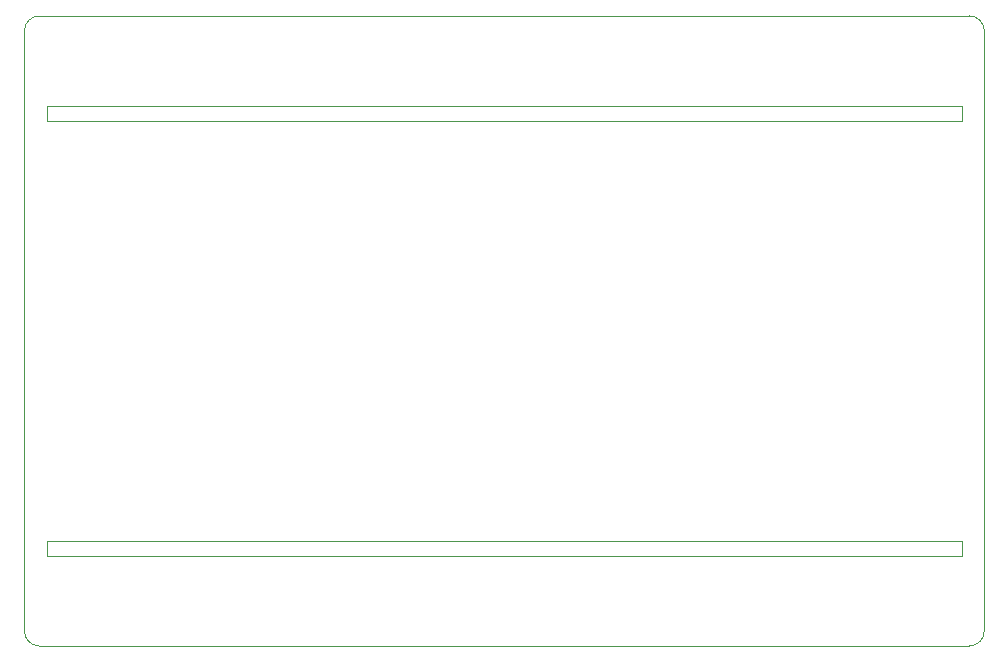
<source format=gm1>
G04 #@! TF.GenerationSoftware,KiCad,Pcbnew,(5.1.5)-3*
G04 #@! TF.CreationDate,2020-11-06T20:31:39+01:00*
G04 #@! TF.ProjectId,Breadboard 400,42726561-6462-46f6-9172-64203430302e,rev?*
G04 #@! TF.SameCoordinates,Original*
G04 #@! TF.FileFunction,Profile,NP*
%FSLAX46Y46*%
G04 Gerber Fmt 4.6, Leading zero omitted, Abs format (unit mm)*
G04 Created by KiCad (PCBNEW (5.1.5)-3) date 2020-11-06 20:31:39*
%MOMM*%
%LPD*%
G04 APERTURE LIST*
%ADD10C,0.050000*%
G04 APERTURE END LIST*
D10*
X161925000Y-77470000D02*
X84455000Y-77470000D01*
X161925000Y-76200000D02*
X161925000Y-77470000D01*
X84455000Y-76200000D02*
X161925000Y-76200000D01*
X84455000Y-77470000D02*
X84455000Y-76200000D01*
X84455000Y-114300000D02*
X84455000Y-113030000D01*
X161925000Y-114300000D02*
X84455000Y-114300000D01*
X161925000Y-113030000D02*
X161925000Y-114300000D01*
X84455000Y-113030000D02*
X161925000Y-113030000D01*
X83820000Y-121920000D02*
G75*
G02X82550000Y-120650000I0J1270000D01*
G01*
X163830000Y-120650000D02*
G75*
G02X162560000Y-121920000I-1270000J0D01*
G01*
X162560000Y-68580000D02*
G75*
G02X163830000Y-69850000I0J-1270000D01*
G01*
X82550000Y-69850000D02*
G75*
G02X83820000Y-68580000I1270000J0D01*
G01*
X163830000Y-120650000D02*
X163830000Y-69850000D01*
X82550000Y-69850000D02*
X82550000Y-120650000D01*
X162560000Y-68580000D02*
X83820000Y-68580000D01*
X162560000Y-121920000D02*
X83820000Y-121920000D01*
M02*

</source>
